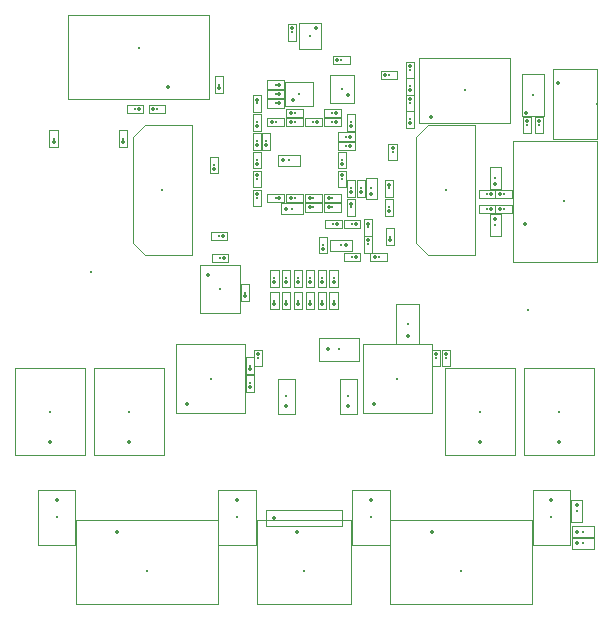
<source format=gbr>
%TF.GenerationSoftware,KiCad,Pcbnew,(6.0.5)*%
%TF.CreationDate,2022-12-26T10:57:27+01:00*%
%TF.ProjectId,omodri_laas,6f6d6f64-7269-45f6-9c61-61732e6b6963,2.0*%
%TF.SameCoordinates,Original*%
%TF.FileFunction,Component,L6,Bot*%
%TF.FilePolarity,Positive*%
%FSLAX46Y46*%
G04 Gerber Fmt 4.6, Leading zero omitted, Abs format (unit mm)*
G04 Created by KiCad (PCBNEW (6.0.5)) date 2022-12-26 10:57:27*
%MOMM*%
%LPD*%
G01*
G04 APERTURE LIST*
%TA.AperFunction,ComponentMain*%
%ADD10C,0.300000*%
%TD*%
%TA.AperFunction,ComponentOutline,Courtyard*%
%ADD11C,0.100000*%
%TD*%
%TA.AperFunction,ComponentPin*%
%ADD12P,0.360000X4X0.000000*%
%TD*%
%TA.AperFunction,ComponentPin*%
%ADD13C,0.000000*%
%TD*%
%TA.AperFunction,ComponentOutline,Footprint*%
%ADD14C,0.100000*%
%TD*%
G04 APERTURE END LIST*
D10*
%TO.C,"C50"*%
%TO.CFtp,"C_0201_0603Metric"*%
%TO.CVal,"100nF"*%
%TO.CLbN,"Capacitor_SMD"*%
%TO.CMnt,SMD*%
%TO.CRot,90*%
X129000000Y-64900000D03*
D11*
X129349999Y-65599999D02*
X128650001Y-65599999D01*
X128650001Y-64200001D01*
X129349999Y-64200001D01*
X129349999Y-65599999D01*
D12*
%TO.P,"C50","1"*%
X129000000Y-65220000D03*
D13*
%TO.P,"C50","2"*%
X129000000Y-64580000D03*
%TD*%
D10*
%TO.C,"C47"*%
%TO.CFtp,"C_0201_0603Metric"*%
%TO.CVal,"1.8nF"*%
%TO.CLbN,"Capacitor_SMD"*%
%TO.CMnt,SMD*%
%TO.CRot,-90*%
X130400000Y-69620000D03*
D11*
X130749999Y-70319999D02*
X130050001Y-70319999D01*
X130050001Y-68920001D01*
X130749999Y-68920001D01*
X130749999Y-70319999D01*
D12*
%TO.P,"C47","1"*%
X130400000Y-69300000D03*
D13*
%TO.P,"C47","2"*%
X130400000Y-69940000D03*
%TD*%
D10*
%TO.C,"C83"*%
%TO.CFtp,"C_0201_0603Metric"*%
%TO.CVal,"100nF"*%
%TO.CLbN,"Capacitor_SMD"*%
%TO.CMnt,SMD*%
%TO.CRot,0*%
X127400000Y-66500000D03*
D11*
X128099999Y-66849999D02*
X126700001Y-66849999D01*
X126700001Y-66150001D01*
X128099999Y-66150001D01*
X128099999Y-66849999D01*
D12*
%TO.P,"C83","1"*%
X127080000Y-66500000D03*
D13*
%TO.P,"C83","2"*%
X127720000Y-66500000D03*
%TD*%
D10*
%TO.C,"C94"*%
%TO.CFtp,"C_0201_0603Metric"*%
%TO.CVal,"100nF"*%
%TO.CLbN,"Capacitor_SMD"*%
%TO.CMnt,SMD*%
%TO.CRot,0*%
X132200000Y-55300000D03*
D11*
X132899999Y-55649999D02*
X131500001Y-55649999D01*
X131500001Y-54950001D01*
X132899999Y-54950001D01*
X132899999Y-55649999D01*
D12*
%TO.P,"C94","1"*%
X131880000Y-55300000D03*
D13*
%TO.P,"C94","2"*%
X132520000Y-55300000D03*
%TD*%
D10*
%TO.C,"C93"*%
%TO.CFtp,"C_0201_0603Metric"*%
%TO.CVal,"100nF"*%
%TO.CLbN,"Capacitor_SMD"*%
%TO.CMnt,SMD*%
%TO.CRot,-90*%
X132200000Y-64900000D03*
D11*
X132549999Y-65599999D02*
X131850001Y-65599999D01*
X131850001Y-64200001D01*
X132549999Y-64200001D01*
X132549999Y-65599999D01*
D12*
%TO.P,"C93","1"*%
X132200000Y-64580000D03*
D13*
%TO.P,"C93","2"*%
X132200000Y-65220000D03*
%TD*%
D10*
%TO.C,"C92"*%
%TO.CFtp,"C_0201_0603Metric"*%
%TO.CVal,"100nF"*%
%TO.CLbN,"Capacitor_SMD"*%
%TO.CMnt,SMD*%
%TO.CRot,90*%
X126600000Y-69700000D03*
D11*
X126949999Y-70399999D02*
X126250001Y-70399999D01*
X126250001Y-69000001D01*
X126949999Y-69000001D01*
X126949999Y-70399999D01*
D12*
%TO.P,"C92","1"*%
X126600000Y-70020000D03*
D13*
%TO.P,"C92","2"*%
X126600000Y-69380000D03*
%TD*%
D10*
%TO.C,"C91"*%
%TO.CFtp,"C_0201_0603Metric"*%
%TO.CVal,"100nF"*%
%TO.CLbN,"Capacitor_SMD"*%
%TO.CMnt,SMD*%
%TO.CRot,180*%
X117800000Y-68900000D03*
D11*
X118499999Y-69249999D02*
X117100001Y-69249999D01*
X117100001Y-68550001D01*
X118499999Y-68550001D01*
X118499999Y-69249999D01*
D12*
%TO.P,"C91","1"*%
X118120000Y-68900000D03*
D13*
%TO.P,"C91","2"*%
X117480000Y-68900000D03*
%TD*%
D10*
%TO.C,"C89"*%
%TO.CFtp,"C_0201_0603Metric"*%
%TO.CVal,"100nF"*%
%TO.CLbN,"Capacitor_SMD"*%
%TO.CMnt,SMD*%
%TO.CRot,-90*%
X121000000Y-57700000D03*
D11*
X121349999Y-58399999D02*
X120650001Y-58399999D01*
X120650001Y-57000001D01*
X121349999Y-57000001D01*
X121349999Y-58399999D01*
D12*
%TO.P,"C89","1"*%
X121000000Y-57380000D03*
D13*
%TO.P,"C89","2"*%
X121000000Y-58020000D03*
%TD*%
D10*
%TO.C,"C86"*%
%TO.CFtp,"C_0201_0603Metric"*%
%TO.CVal,"100nF"*%
%TO.CLbN,"Capacitor_SMD"*%
%TO.CMnt,SMD*%
%TO.CRot,180*%
X127400000Y-59300000D03*
D11*
X128099999Y-59649999D02*
X126700001Y-59649999D01*
X126700001Y-58950001D01*
X128099999Y-58950001D01*
X128099999Y-59649999D01*
D12*
%TO.P,"C86","1"*%
X127720000Y-59300000D03*
D13*
%TO.P,"C86","2"*%
X127080000Y-59300000D03*
%TD*%
D10*
%TO.C,"C81"*%
%TO.CFtp,"C_0201_0603Metric"*%
%TO.CVal,"100nF"*%
%TO.CLbN,"Capacitor_SMD"*%
%TO.CMnt,SMD*%
%TO.CRot,-90*%
X121000000Y-65700000D03*
D11*
X121349999Y-66399999D02*
X120650001Y-66399999D01*
X120650001Y-65000001D01*
X121349999Y-65000001D01*
X121349999Y-66399999D01*
D12*
%TO.P,"C81","1"*%
X121000000Y-65380000D03*
D13*
%TO.P,"C81","2"*%
X121000000Y-66020000D03*
%TD*%
D10*
%TO.C,"C82"*%
%TO.CFtp,"C_0201_0603Metric"*%
%TO.CVal,"100nF"*%
%TO.CLbN,"Capacitor_SMD"*%
%TO.CMnt,SMD*%
%TO.CRot,180*%
X122600000Y-65700000D03*
D11*
X123299999Y-66049999D02*
X121900001Y-66049999D01*
X121900001Y-65350001D01*
X123299999Y-65350001D01*
X123299999Y-66049999D01*
D12*
%TO.P,"C82","1"*%
X122920000Y-65700000D03*
D13*
%TO.P,"C82","2"*%
X122280000Y-65700000D03*
%TD*%
D10*
%TO.C,"C80"*%
%TO.CFtp,"C_0201_0603Metric"*%
%TO.CVal,"100nF"*%
%TO.CLbN,"Capacitor_SMD"*%
%TO.CMnt,SMD*%
%TO.CRot,90*%
X121000000Y-62500000D03*
D11*
X121349999Y-63199999D02*
X120650001Y-63199999D01*
X120650001Y-61800001D01*
X121349999Y-61800001D01*
X121349999Y-63199999D01*
D12*
%TO.P,"C80","1"*%
X121000000Y-62820000D03*
D13*
%TO.P,"C80","2"*%
X121000000Y-62180000D03*
%TD*%
D10*
%TO.C,"C78"*%
%TO.CFtp,"C_0201_0603Metric"*%
%TO.CVal,"100nF"*%
%TO.CLbN,"Capacitor_SMD"*%
%TO.CMnt,SMD*%
%TO.CRot,0*%
X122600000Y-59300000D03*
D11*
X123299999Y-59649999D02*
X121900001Y-59649999D01*
X121900001Y-58950001D01*
X123299999Y-58950001D01*
X123299999Y-59649999D01*
D12*
%TO.P,"C78","1"*%
X122280000Y-59300000D03*
D13*
%TO.P,"C78","2"*%
X122920000Y-59300000D03*
%TD*%
D10*
%TO.C,"C76"*%
%TO.CFtp,"C_0201_0603Metric"*%
%TO.CVal,"100nF"*%
%TO.CLbN,"Capacitor_SMD"*%
%TO.CMnt,SMD*%
%TO.CRot,90*%
X129000000Y-59300000D03*
D11*
X129349999Y-59999999D02*
X128650001Y-59999999D01*
X128650001Y-58600001D01*
X129349999Y-58600001D01*
X129349999Y-59999999D01*
D12*
%TO.P,"C76","1"*%
X129000000Y-59620000D03*
D13*
%TO.P,"C76","2"*%
X129000000Y-58980000D03*
%TD*%
D10*
%TO.C,"C75"*%
%TO.CFtp,"C_0201_0603Metric"*%
%TO.CVal,"100nF"*%
%TO.CLbN,"Capacitor_SMD"*%
%TO.CMnt,SMD*%
%TO.CRot,90*%
X128200000Y-62500000D03*
D11*
X128549999Y-63199999D02*
X127850001Y-63199999D01*
X127850001Y-61800001D01*
X128549999Y-61800001D01*
X128549999Y-63199999D01*
D12*
%TO.P,"C75","1"*%
X128200000Y-62820000D03*
D13*
%TO.P,"C75","2"*%
X128200000Y-62180000D03*
%TD*%
D10*
%TO.C,"C73"*%
%TO.CFtp,"C_0201_0603Metric"*%
%TO.CVal,"100nF"*%
%TO.CLbN,"Capacitor_SMD"*%
%TO.CMnt,SMD*%
%TO.CRot,-90*%
X121000000Y-64100000D03*
D11*
X121349999Y-64799999D02*
X120650001Y-64799999D01*
X120650001Y-63400001D01*
X121349999Y-63400001D01*
X121349999Y-64799999D01*
D12*
%TO.P,"C73","1"*%
X121000000Y-63780000D03*
D13*
%TO.P,"C73","2"*%
X121000000Y-64420000D03*
%TD*%
D10*
%TO.C,"C63"*%
%TO.CFtp,"C_0402_1005Metric"*%
%TO.CVal,"10uF"*%
%TO.CLbN,"Capacitor_SMD"*%
%TO.CMnt,SMD*%
%TO.CRot,90*%
X130700000Y-64900000D03*
D11*
X131159999Y-65809999D02*
X130240001Y-65809999D01*
X130240001Y-63990001D01*
X131159999Y-63990001D01*
X131159999Y-65809999D01*
D12*
%TO.P,"C63","1"*%
X130700000Y-65380000D03*
D13*
%TO.P,"C63","2"*%
X130700000Y-64420000D03*
%TD*%
D10*
%TO.C,"C2"*%
%TO.CFtp,"C_0201_0603Metric"*%
%TO.CVal,"220nF"*%
%TO.CLbN,"Capacitor_SMD"*%
%TO.CMnt,SMD*%
%TO.CRot,180*%
X140500000Y-65375000D03*
D11*
X141199999Y-65724999D02*
X139800001Y-65724999D01*
X139800001Y-65025001D01*
X141199999Y-65025001D01*
X141199999Y-65724999D01*
D12*
%TO.P,"C2","1"*%
X140820000Y-65375000D03*
D13*
%TO.P,"C2","2"*%
X140180000Y-65375000D03*
%TD*%
D10*
%TO.C,"C52"*%
%TO.CFtp,"C_0201_0603Metric"*%
%TO.CVal,"100nF"*%
%TO.CLbN,"Capacitor_SMD"*%
%TO.CMnt,SMD*%
%TO.CRot,180*%
X128600000Y-61300000D03*
D11*
X129299999Y-61649999D02*
X127900001Y-61649999D01*
X127900001Y-60950001D01*
X129299999Y-60950001D01*
X129299999Y-61649999D01*
D12*
%TO.P,"C52","1"*%
X128920000Y-61300000D03*
D13*
%TO.P,"C52","2"*%
X128280000Y-61300000D03*
%TD*%
D10*
%TO.C,"C61"*%
%TO.CFtp,"C_0201_0603Metric"*%
%TO.CVal,"1uF"*%
%TO.CLbN,"Capacitor_SMD"*%
%TO.CMnt,SMD*%
%TO.CRot,0*%
X124200000Y-65700000D03*
D11*
X124899999Y-66049999D02*
X123500001Y-66049999D01*
X123500001Y-65350001D01*
X124899999Y-65350001D01*
X124899999Y-66049999D01*
D12*
%TO.P,"C61","1"*%
X123880000Y-65700000D03*
D13*
%TO.P,"C61","2"*%
X124520000Y-65700000D03*
%TD*%
D10*
%TO.C,"C51"*%
%TO.CFtp,"C_0201_0603Metric"*%
%TO.CVal,"100nF"*%
%TO.CLbN,"Capacitor_SMD"*%
%TO.CMnt,SMD*%
%TO.CRot,-90*%
X129000000Y-66500000D03*
D11*
X129349999Y-67199999D02*
X128650001Y-67199999D01*
X128650001Y-65800001D01*
X129349999Y-65800001D01*
X129349999Y-67199999D01*
D12*
%TO.P,"C51","1"*%
X129000000Y-66180000D03*
D13*
%TO.P,"C51","2"*%
X129000000Y-66820000D03*
%TD*%
D10*
%TO.C,"C70"*%
%TO.CFtp,"C_0402_1005Metric"*%
%TO.CVal,"10uF"*%
%TO.CLbN,"Capacitor_SMD"*%
%TO.CMnt,SMD*%
%TO.CRot,180*%
X128120000Y-69700000D03*
D11*
X129029999Y-70159999D02*
X127210001Y-70159999D01*
X127210001Y-69240001D01*
X129029999Y-69240001D01*
X129029999Y-70159999D01*
D12*
%TO.P,"C70","1"*%
X128600000Y-69700000D03*
D13*
%TO.P,"C70","2"*%
X127640000Y-69700000D03*
%TD*%
D10*
%TO.C,"C60"*%
%TO.CFtp,"C_0402_1005Metric"*%
%TO.CVal,"10uF"*%
%TO.CLbN,"Capacitor_SMD"*%
%TO.CMnt,SMD*%
%TO.CRot,0*%
X124000000Y-66600000D03*
D11*
X124909999Y-67059999D02*
X123090001Y-67059999D01*
X123090001Y-66140001D01*
X124909999Y-66140001D01*
X124909999Y-67059999D01*
D12*
%TO.P,"C60","1"*%
X123520000Y-66600000D03*
D13*
%TO.P,"C60","2"*%
X124480000Y-66600000D03*
%TD*%
D10*
%TO.C,"C66"*%
%TO.CFtp,"C_0402_1005Metric"*%
%TO.CVal,"10uF"*%
%TO.CLbN,"Capacitor_SMD"*%
%TO.CMnt,SMD*%
%TO.CRot,0*%
X123720000Y-62500000D03*
D11*
X124629999Y-62959999D02*
X122810001Y-62959999D01*
X122810001Y-62040001D01*
X124629999Y-62040001D01*
X124629999Y-62959999D01*
D12*
%TO.P,"C66","1"*%
X123240000Y-62500000D03*
D13*
%TO.P,"C66","2"*%
X124200000Y-62500000D03*
%TD*%
D10*
%TO.C,"C53"*%
%TO.CFtp,"C_0201_0603Metric"*%
%TO.CVal,"100nF"*%
%TO.CLbN,"Capacitor_SMD"*%
%TO.CMnt,SMD*%
%TO.CRot,180*%
X128600000Y-60500000D03*
D11*
X129299999Y-60849999D02*
X127900001Y-60849999D01*
X127900001Y-60150001D01*
X129299999Y-60150001D01*
X129299999Y-60849999D01*
D12*
%TO.P,"C53","1"*%
X128920000Y-60500000D03*
D13*
%TO.P,"C53","2"*%
X128280000Y-60500000D03*
%TD*%
D10*
%TO.C,"C54"*%
%TO.CFtp,"C_0201_0603Metric"*%
%TO.CVal,"100nF"*%
%TO.CLbN,"Capacitor_SMD"*%
%TO.CMnt,SMD*%
%TO.CRot,180*%
X122600000Y-57700000D03*
D11*
X123299999Y-58049999D02*
X121900001Y-58049999D01*
X121900001Y-57350001D01*
X123299999Y-57350001D01*
X123299999Y-58049999D01*
D12*
%TO.P,"C54","1"*%
X122920000Y-57700000D03*
D13*
%TO.P,"C54","2"*%
X122280000Y-57700000D03*
%TD*%
D10*
%TO.C,"C79"*%
%TO.CFtp,"C_0201_0603Metric"*%
%TO.CVal,"100nF"*%
%TO.CLbN,"Capacitor_SMD"*%
%TO.CMnt,SMD*%
%TO.CRot,90*%
X121000000Y-59300000D03*
D11*
X121349999Y-59999999D02*
X120650001Y-59999999D01*
X120650001Y-58600001D01*
X121349999Y-58600001D01*
X121349999Y-59999999D01*
D12*
%TO.P,"C79","1"*%
X121000000Y-59620000D03*
D13*
%TO.P,"C79","2"*%
X121000000Y-58980000D03*
%TD*%
D10*
%TO.C,"C72"*%
%TO.CFtp,"C_0201_0603Metric"*%
%TO.CVal,"100nF"*%
%TO.CLbN,"Capacitor_SMD"*%
%TO.CMnt,SMD*%
%TO.CRot,90*%
X121000000Y-60900000D03*
D11*
X121349999Y-61599999D02*
X120650001Y-61599999D01*
X120650001Y-60200001D01*
X121349999Y-60200001D01*
X121349999Y-61599999D01*
D12*
%TO.P,"C72","1"*%
X121000000Y-61220000D03*
D13*
%TO.P,"C72","2"*%
X121000000Y-60580000D03*
%TD*%
D10*
%TO.C,"R6"*%
%TO.CFtp,"R_0201_0603Metric"*%
%TO.CVal,"120"*%
%TO.CLbN,"Resistor_SMD"*%
%TO.CMnt,SMD*%
%TO.CRot,0*%
X141900000Y-65375000D03*
D11*
X142599999Y-65724999D02*
X141200001Y-65724999D01*
X141200001Y-65025001D01*
X142599999Y-65025001D01*
X142599999Y-65724999D01*
D12*
%TO.P,"R6","1"*%
X141580000Y-65375000D03*
D13*
%TO.P,"R6","2"*%
X142220000Y-65375000D03*
%TD*%
D10*
%TO.C,"R16"*%
%TO.CFtp,"R_0201_0603Metric"*%
%TO.CVal,"10k"*%
%TO.CLbN,"Resistor_SMD"*%
%TO.CMnt,SMD*%
%TO.CRot,-90*%
X134000000Y-54850000D03*
D11*
X134349999Y-55549999D02*
X133650001Y-55549999D01*
X133650001Y-54150001D01*
X134349999Y-54150001D01*
X134349999Y-55549999D01*
D12*
%TO.P,"R16","1"*%
X134000000Y-54530000D03*
D13*
%TO.P,"R16","2"*%
X134000000Y-55170000D03*
%TD*%
D10*
%TO.C,"R24"*%
%TO.CFtp,"R_0402_1005Metric"*%
%TO.CVal,"100k"*%
%TO.CLbN,"Resistor_SMD"*%
%TO.CMnt,SMD*%
%TO.CRot,-90*%
X148100000Y-92200000D03*
D11*
X148569999Y-93129999D02*
X147630001Y-93129999D01*
X147630001Y-91270001D01*
X148569999Y-91270001D01*
X148569999Y-93129999D01*
D12*
%TO.P,"R24","1"*%
X148100000Y-91690000D03*
D13*
%TO.P,"R24","2"*%
X148100000Y-92710000D03*
%TD*%
D10*
%TO.C,"U8"*%
%TO.CFtp,"WSON-6_1.5x1.5mm_P0.5mm"*%
%TO.CVal,"TPS3703-1.2"*%
%TO.CLbN,"Package_SON"*%
%TO.CMnt,SMD*%
%TO.CRot,0*%
X124600000Y-56900000D03*
D11*
X125799999Y-57919999D02*
X123400001Y-57919999D01*
X123400001Y-55880001D01*
X125799999Y-55880001D01*
X125799999Y-57919999D01*
D12*
%TO.P,"U8","1","SENSE"*%
X124075000Y-57400000D03*
D13*
%TO.P,"U8","2","VDD"*%
X124025000Y-56900000D03*
%TO.P,"U8","3","CT"*%
X124025000Y-56400000D03*
%TO.P,"U8","4","~{RESETn}"*%
X125175000Y-56400000D03*
%TO.P,"U8","5","GND"*%
X125175000Y-56900000D03*
%TO.P,"U8","6","~{MR}"*%
X125175000Y-57400000D03*
%TD*%
D10*
%TO.C,"C13"*%
%TO.CFtp,"C_0201_0603Metric"*%
%TO.CVal,"100nF"*%
%TO.CLbN,"Capacitor_SMD"*%
%TO.CMnt,SMD*%
%TO.CRot,90*%
X134000000Y-56250000D03*
D11*
X134349999Y-56949999D02*
X133650001Y-56949999D01*
X133650001Y-55550001D01*
X134349999Y-55550001D01*
X134349999Y-56949999D01*
D12*
%TO.P,"C13","1"*%
X134000000Y-56570000D03*
D13*
%TO.P,"C13","2"*%
X134000000Y-55930000D03*
%TD*%
D10*
%TO.C,"U17"*%
%TO.CFtp,"TSOT-23-8"*%
%TO.CVal,"TCAN330G"*%
%TO.CLbN,"Package_TO_SOT_SMD"*%
%TO.CMnt,SMD*%
%TO.CRot,-90*%
X117875000Y-73400000D03*
D11*
X119574999Y-75449999D02*
X116175001Y-75449999D01*
X116175001Y-71350001D01*
X119574999Y-71350001D01*
X119574999Y-75449999D01*
D12*
%TO.P,"U17","1","TXD"*%
X116900000Y-72262500D03*
D13*
%TO.P,"U17","2","GND"*%
X117550000Y-72262500D03*
%TO.P,"U17","3","VCC"*%
X118200000Y-72262500D03*
%TO.P,"U17","4","RXD"*%
X118850000Y-72262500D03*
%TO.P,"U17","5","SHDN"*%
X118850000Y-74537500D03*
%TO.P,"U17","6","CANL"*%
X118200000Y-74537500D03*
%TO.P,"U17","7","CANH"*%
X117550000Y-74537500D03*
%TO.P,"U17","8","S"*%
X116900000Y-74537500D03*
%TD*%
D10*
%TO.C,"C15"*%
%TO.CFtp,"C_2220_5650Metric"*%
%TO.CVal,"22uF"*%
%TO.CLbN,"Capacitor_SMD"*%
%TO.CMnt,SMD*%
%TO.CRot,90*%
X103500000Y-83800000D03*
D11*
X106449999Y-87499999D02*
X100550001Y-87499999D01*
X100550001Y-80100001D01*
X106449999Y-80100001D01*
X106449999Y-87499999D01*
D12*
%TO.P,"C15","1"*%
X103500000Y-86350000D03*
D13*
%TO.P,"C15","2"*%
X103500000Y-81250000D03*
%TD*%
D10*
%TO.C,"C16"*%
%TO.CFtp,"C_2220_5650Metric"*%
%TO.CVal,"22uF"*%
%TO.CLbN,"Capacitor_SMD"*%
%TO.CMnt,SMD*%
%TO.CRot,90*%
X110200000Y-83800000D03*
D11*
X113149999Y-87499999D02*
X107250001Y-87499999D01*
X107250001Y-80100001D01*
X113149999Y-80100001D01*
X113149999Y-87499999D01*
D12*
%TO.P,"C16","1"*%
X110200000Y-86350000D03*
D13*
%TO.P,"C16","2"*%
X110200000Y-81250000D03*
%TD*%
D10*
%TO.C,"C1"*%
%TO.CFtp,"C_0201_0603Metric"*%
%TO.CVal,"220nF"*%
%TO.CLbN,"Capacitor_SMD"*%
%TO.CMnt,SMD*%
%TO.CRot,180*%
X140500000Y-66625000D03*
D11*
X141199999Y-66974999D02*
X139800001Y-66974999D01*
X139800001Y-66275001D01*
X141199999Y-66275001D01*
X141199999Y-66974999D01*
D12*
%TO.P,"C1","1"*%
X140820000Y-66625000D03*
D13*
%TO.P,"C1","2"*%
X140180000Y-66625000D03*
%TD*%
D10*
%TO.C,"R11"*%
%TO.CFtp,"R_0201_0603Metric"*%
%TO.CVal,"1k"*%
%TO.CLbN,"Resistor_SMD"*%
%TO.CMnt,SMD*%
%TO.CRot,90*%
X123500000Y-74400000D03*
D11*
X123849999Y-75099999D02*
X123150001Y-75099999D01*
X123150001Y-73700001D01*
X123849999Y-73700001D01*
X123849999Y-75099999D01*
D12*
%TO.P,"R11","1"*%
X123500000Y-74720000D03*
D13*
%TO.P,"R11","2"*%
X123500000Y-74080000D03*
%TD*%
D10*
%TO.C,"R9"*%
%TO.CFtp,"R_0201_0603Metric"*%
%TO.CVal,"1k"*%
%TO.CLbN,"Resistor_SMD"*%
%TO.CMnt,SMD*%
%TO.CRot,90*%
X125500000Y-74400000D03*
D11*
X125849999Y-75099999D02*
X125150001Y-75099999D01*
X125150001Y-73700001D01*
X125849999Y-73700001D01*
X125849999Y-75099999D01*
D12*
%TO.P,"R9","1"*%
X125500000Y-74720000D03*
D13*
%TO.P,"R9","2"*%
X125500000Y-74080000D03*
%TD*%
D10*
%TO.C,"R12"*%
%TO.CFtp,"R_0201_0603Metric"*%
%TO.CVal,"1k"*%
%TO.CLbN,"Resistor_SMD"*%
%TO.CMnt,SMD*%
%TO.CRot,90*%
X122500000Y-74400000D03*
D11*
X122849999Y-75099999D02*
X122150001Y-75099999D01*
X122150001Y-73700001D01*
X122849999Y-73700001D01*
X122849999Y-75099999D01*
D12*
%TO.P,"R12","1"*%
X122500000Y-74720000D03*
D13*
%TO.P,"R12","2"*%
X122500000Y-74080000D03*
%TD*%
D10*
%TO.C,"C10"*%
%TO.CFtp,"C_0201_0603Metric"*%
%TO.CVal,"1.8nF"*%
%TO.CLbN,"Capacitor_SMD"*%
%TO.CMnt,SMD*%
%TO.CRot,90*%
X123500000Y-72500000D03*
D11*
X123849999Y-73199999D02*
X123150001Y-73199999D01*
X123150001Y-71800001D01*
X123849999Y-71800001D01*
X123849999Y-73199999D01*
D12*
%TO.P,"C10","1"*%
X123500000Y-72820000D03*
D13*
%TO.P,"C10","2"*%
X123500000Y-72180000D03*
%TD*%
D10*
%TO.C,"C6"*%
%TO.CFtp,"C_0201_0603Metric"*%
%TO.CVal,"1.8nF"*%
%TO.CLbN,"Capacitor_SMD"*%
%TO.CMnt,SMD*%
%TO.CRot,90*%
X125500000Y-72500000D03*
D11*
X125849999Y-73199999D02*
X125150001Y-73199999D01*
X125150001Y-71800001D01*
X125849999Y-71800001D01*
X125849999Y-73199999D01*
D12*
%TO.P,"C6","1"*%
X125500000Y-72820000D03*
D13*
%TO.P,"C6","2"*%
X125500000Y-72180000D03*
%TD*%
D10*
%TO.C,"C11"*%
%TO.CFtp,"C_0201_0603Metric"*%
%TO.CVal,"1.8nF"*%
%TO.CLbN,"Capacitor_SMD"*%
%TO.CMnt,SMD*%
%TO.CRot,90*%
X122500000Y-72500000D03*
D11*
X122849999Y-73199999D02*
X122150001Y-73199999D01*
X122150001Y-71800001D01*
X122849999Y-71800001D01*
X122849999Y-73199999D01*
D12*
%TO.P,"C11","1"*%
X122500000Y-72820000D03*
D13*
%TO.P,"C11","2"*%
X122500000Y-72180000D03*
%TD*%
D10*
%TO.C,"R10"*%
%TO.CFtp,"R_0201_0603Metric"*%
%TO.CVal,"1k"*%
%TO.CLbN,"Resistor_SMD"*%
%TO.CMnt,SMD*%
%TO.CRot,90*%
X124500000Y-74400000D03*
D11*
X124849999Y-75099999D02*
X124150001Y-75099999D01*
X124150001Y-73700001D01*
X124849999Y-73700001D01*
X124849999Y-75099999D01*
D12*
%TO.P,"R10","1"*%
X124500000Y-74720000D03*
D13*
%TO.P,"R10","2"*%
X124500000Y-74080000D03*
%TD*%
D10*
%TO.C,"C5"*%
%TO.CFtp,"C_0201_0603Metric"*%
%TO.CVal,"1.8nF"*%
%TO.CLbN,"Capacitor_SMD"*%
%TO.CMnt,SMD*%
%TO.CRot,90*%
X126500000Y-72500000D03*
D11*
X126849999Y-73199999D02*
X126150001Y-73199999D01*
X126150001Y-71800001D01*
X126849999Y-71800001D01*
X126849999Y-73199999D01*
D12*
%TO.P,"C5","1"*%
X126500000Y-72820000D03*
D13*
%TO.P,"C5","2"*%
X126500000Y-72180000D03*
%TD*%
D10*
%TO.C,"C9"*%
%TO.CFtp,"C_0201_0603Metric"*%
%TO.CVal,"1.8nF"*%
%TO.CLbN,"Capacitor_SMD"*%
%TO.CMnt,SMD*%
%TO.CRot,90*%
X124500000Y-72500000D03*
D11*
X124849999Y-73199999D02*
X124150001Y-73199999D01*
X124150001Y-71800001D01*
X124849999Y-71800001D01*
X124849999Y-73199999D01*
D12*
%TO.P,"C9","1"*%
X124500000Y-72820000D03*
D13*
%TO.P,"C9","2"*%
X124500000Y-72180000D03*
%TD*%
D10*
%TO.C,"C4"*%
%TO.CFtp,"C_0201_0603Metric"*%
%TO.CVal,"1.8nF"*%
%TO.CLbN,"Capacitor_SMD"*%
%TO.CMnt,SMD*%
%TO.CRot,90*%
X127500000Y-72500000D03*
D11*
X127849999Y-73199999D02*
X127150001Y-73199999D01*
X127150001Y-71800001D01*
X127849999Y-71800001D01*
X127849999Y-73199999D01*
D12*
%TO.P,"C4","1"*%
X127500000Y-72820000D03*
D13*
%TO.P,"C4","2"*%
X127500000Y-72180000D03*
%TD*%
D10*
%TO.C,"C64"*%
%TO.CFtp,"C_0201_0603Metric"*%
%TO.CVal,"1uF"*%
%TO.CLbN,"Capacitor_SMD"*%
%TO.CMnt,SMD*%
%TO.CRot,90*%
X129800000Y-64900000D03*
D11*
X130149999Y-65599999D02*
X129450001Y-65599999D01*
X129450001Y-64200001D01*
X130149999Y-64200001D01*
X130149999Y-65599999D01*
D12*
%TO.P,"C64","1"*%
X129800000Y-65220000D03*
D13*
%TO.P,"C64","2"*%
X129800000Y-64580000D03*
%TD*%
D10*
%TO.C,"C21"*%
%TO.CFtp,"C_0201_0603Metric"*%
%TO.CVal,"100nF"*%
%TO.CLbN,"Capacitor_SMD"*%
%TO.CMnt,SMD*%
%TO.CRot,180*%
X127400000Y-58500000D03*
D11*
X128099999Y-58849999D02*
X126700001Y-58849999D01*
X126700001Y-58150001D01*
X128099999Y-58150001D01*
X128099999Y-58849999D01*
D12*
%TO.P,"C21","1"*%
X127720000Y-58500000D03*
D13*
%TO.P,"C21","2"*%
X127080000Y-58500000D03*
%TD*%
D10*
%TO.C,"U7"*%
%TO.CFtp,"WSON-6_1.5x1.5mm_P0.5mm"*%
%TO.CVal,"TPS3703-3.3"*%
%TO.CLbN,"Package_SON"*%
%TO.CMnt,SMD*%
%TO.CRot,90*%
X128200000Y-56500000D03*
D11*
X129219999Y-57699999D02*
X127180001Y-57699999D01*
X127180001Y-55300001D01*
X129219999Y-55300001D01*
X129219999Y-57699999D01*
D12*
%TO.P,"U7","1","SENSE"*%
X128700000Y-57025000D03*
D13*
%TO.P,"U7","2","VDD"*%
X128200000Y-57075000D03*
%TO.P,"U7","3","CT"*%
X127700000Y-57075000D03*
%TO.P,"U7","4","~{RESETn}"*%
X127700000Y-55925000D03*
%TO.P,"U7","5","GND"*%
X128200000Y-55925000D03*
%TO.P,"U7","6","~{MR}"*%
X128700000Y-55925000D03*
%TD*%
D10*
%TO.C,"C17"*%
%TO.CFtp,"C_2220_5650Metric"*%
%TO.CVal,"22uF"*%
%TO.CLbN,"Capacitor_SMD"*%
%TO.CMnt,SMD*%
%TO.CRot,90*%
X139900000Y-83800000D03*
D11*
X142849999Y-87499999D02*
X136950001Y-87499999D01*
X136950001Y-80100001D01*
X142849999Y-80100001D01*
X142849999Y-87499999D01*
D12*
%TO.P,"C17","1"*%
X139900000Y-86350000D03*
D13*
%TO.P,"C17","2"*%
X139900000Y-81250000D03*
%TD*%
D10*
%TO.C,"C88"*%
%TO.CFtp,"C_0201_0603Metric"*%
%TO.CVal,"100nF"*%
%TO.CLbN,"Capacitor_SMD"*%
%TO.CMnt,SMD*%
%TO.CRot,90*%
X117400000Y-62900000D03*
D11*
X117749999Y-63599999D02*
X117050001Y-63599999D01*
X117050001Y-62200001D01*
X117749999Y-62200001D01*
X117749999Y-63599999D01*
D12*
%TO.P,"C88","1"*%
X117400000Y-63220000D03*
D13*
%TO.P,"C88","2"*%
X117400000Y-62580000D03*
%TD*%
D10*
%TO.C,"C87"*%
%TO.CFtp,"C_0201_0603Metric"*%
%TO.CVal,"100nF"*%
%TO.CLbN,"Capacitor_SMD"*%
%TO.CMnt,SMD*%
%TO.CRot,180*%
X125800000Y-59300000D03*
D11*
X126499999Y-59649999D02*
X125100001Y-59649999D01*
X125100001Y-58950001D01*
X126499999Y-58950001D01*
X126499999Y-59649999D01*
D12*
%TO.P,"C87","1"*%
X126120000Y-59300000D03*
D13*
%TO.P,"C87","2"*%
X125480000Y-59300000D03*
%TD*%
D10*
%TO.C,"C67"*%
%TO.CFtp,"C_0201_0603Metric"*%
%TO.CVal,"1uF"*%
%TO.CLbN,"Capacitor_SMD"*%
%TO.CMnt,SMD*%
%TO.CRot,0*%
X124200000Y-59300000D03*
D11*
X124899999Y-59649999D02*
X123500001Y-59649999D01*
X123500001Y-58950001D01*
X124899999Y-58950001D01*
X124899999Y-59649999D01*
D12*
%TO.P,"C67","1"*%
X123880000Y-59300000D03*
D13*
%TO.P,"C67","2"*%
X124520000Y-59300000D03*
%TD*%
D10*
%TO.C,"C22"*%
%TO.CFtp,"C_0201_0603Metric"*%
%TO.CVal,"100nF"*%
%TO.CLbN,"Capacitor_SMD"*%
%TO.CMnt,SMD*%
%TO.CRot,180*%
X122600000Y-56100000D03*
D11*
X123299999Y-56449999D02*
X121900001Y-56449999D01*
X121900001Y-55750001D01*
X123299999Y-55750001D01*
X123299999Y-56449999D01*
D12*
%TO.P,"C22","1"*%
X122920000Y-56100000D03*
D13*
%TO.P,"C22","2"*%
X122280000Y-56100000D03*
%TD*%
D10*
%TO.C,"R14"*%
%TO.CFtp,"R_0201_0603Metric"*%
%TO.CVal,"10k"*%
%TO.CLbN,"Resistor_SMD"*%
%TO.CMnt,SMD*%
%TO.CRot,90*%
X134000000Y-59050000D03*
D11*
X134349999Y-59749999D02*
X133650001Y-59749999D01*
X133650001Y-58350001D01*
X134349999Y-58350001D01*
X134349999Y-59749999D01*
D12*
%TO.P,"R14","1"*%
X134000000Y-59370000D03*
D13*
%TO.P,"R14","2"*%
X134000000Y-58730000D03*
%TD*%
D10*
%TO.C,"C34"*%
%TO.CFtp,"C_0201_0603Metric"*%
%TO.CVal,"1.8nF"*%
%TO.CLbN,"Capacitor_SMD"*%
%TO.CMnt,SMD*%
%TO.CRot,90*%
X132300000Y-68980000D03*
D11*
X132649999Y-69679999D02*
X131950001Y-69679999D01*
X131950001Y-68280001D01*
X132649999Y-68280001D01*
X132649999Y-69679999D01*
D12*
%TO.P,"C34","1"*%
X132300000Y-69300000D03*
D13*
%TO.P,"C34","2"*%
X132300000Y-68660000D03*
%TD*%
D10*
%TO.C,"C33"*%
%TO.CFtp,"C_0201_0603Metric"*%
%TO.CVal,"1.8nF"*%
%TO.CLbN,"Capacitor_SMD"*%
%TO.CMnt,SMD*%
%TO.CRot,180*%
X127480000Y-67900000D03*
D11*
X128179999Y-68249999D02*
X126780001Y-68249999D01*
X126780001Y-67550001D01*
X128179999Y-67550001D01*
X128179999Y-68249999D01*
D12*
%TO.P,"C33","1"*%
X127800000Y-67900000D03*
D13*
%TO.P,"C33","2"*%
X127160000Y-67900000D03*
%TD*%
D10*
%TO.C,"R67"*%
%TO.CFtp,"R_0201_0603Metric"*%
%TO.CVal,"10"*%
%TO.CLbN,"Resistor_SMD"*%
%TO.CMnt,SMD*%
%TO.CRot,0*%
X112570000Y-58200000D03*
D11*
X113269999Y-58549999D02*
X111870001Y-58549999D01*
X111870001Y-57850001D01*
X113269999Y-57850001D01*
X113269999Y-58549999D01*
D12*
%TO.P,"R67","1"*%
X112250000Y-58200000D03*
D13*
%TO.P,"R67","2"*%
X112890000Y-58200000D03*
%TD*%
D10*
%TO.C,"U4"*%
%TO.CFtp,"TSSOP-16_4.4x5mm_P0.65mm"*%
%TO.CVal,"DSLVDS1047"*%
%TO.CLbN,"Package_SO"*%
%TO.CMnt,SMD*%
%TO.CRot,0*%
X138600000Y-56600000D03*
D11*
X142449999Y-59349999D02*
X134750001Y-59349999D01*
X134750001Y-53850001D01*
X142449999Y-53850001D01*
X142449999Y-59349999D01*
D12*
%TO.P,"U4","1","EN"*%
X135737500Y-58875000D03*
D13*
%TO.P,"U4","2","DIN1"*%
X135737500Y-58225000D03*
%TO.P,"U4","3","DIN2"*%
X135737500Y-57575000D03*
%TO.P,"U4","4","VCC"*%
X135737500Y-56925000D03*
%TO.P,"U4","5","GND"*%
X135737500Y-56275000D03*
%TO.P,"U4","6","DIN3"*%
X135737500Y-55625000D03*
%TO.P,"U4","7","DIN4"*%
X135737500Y-54975000D03*
%TO.P,"U4","8","~{EN_n}"*%
X135737500Y-54325000D03*
%TO.P,"U4","9","DOUT4-"*%
X141462500Y-54325000D03*
%TO.P,"U4","10","DOUT4+"*%
X141462500Y-54975000D03*
%TO.P,"U4","11","DOUT3+"*%
X141462500Y-55625000D03*
%TO.P,"U4","12","DOUT3-"*%
X141462500Y-56275000D03*
%TO.P,"U4","13","DOUT2-"*%
X141462500Y-56925000D03*
%TO.P,"U4","14","DOUT2+"*%
X141462500Y-57575000D03*
%TO.P,"U4","15","DOUT1+"*%
X141462500Y-58225000D03*
%TO.P,"U4","16","DOUT1-"*%
X141462500Y-58875000D03*
%TD*%
D10*
%TO.C,"R15"*%
%TO.CFtp,"R_0201_0603Metric"*%
%TO.CVal,"10k"*%
%TO.CLbN,"Resistor_SMD"*%
%TO.CMnt,SMD*%
%TO.CRot,-90*%
X134000000Y-57650000D03*
D11*
X134349999Y-58349999D02*
X133650001Y-58349999D01*
X133650001Y-56950001D01*
X134349999Y-56950001D01*
X134349999Y-58349999D01*
D12*
%TO.P,"R15","1"*%
X134000000Y-57330000D03*
D13*
%TO.P,"R15","2"*%
X134000000Y-57970000D03*
%TD*%
D10*
%TO.C,"R5"*%
%TO.CFtp,"R_0201_0603Metric"*%
%TO.CVal,"120"*%
%TO.CLbN,"Resistor_SMD"*%
%TO.CMnt,SMD*%
%TO.CRot,0*%
X141900000Y-66625000D03*
D11*
X142599999Y-66974999D02*
X141200001Y-66974999D01*
X141200001Y-66275001D01*
X142599999Y-66275001D01*
X142599999Y-66974999D01*
D12*
%TO.P,"R5","1"*%
X141580000Y-66625000D03*
D13*
%TO.P,"R5","2"*%
X142220000Y-66625000D03*
%TD*%
D10*
%TO.C,"J1"*%
%TO.CFtp,"Hirose_DF13_04P-1.25H_1x05_P1.25mm_Right_angle"*%
%TO.CVal,"conn_01x04_MountingPins"*%
%TO.CLbN,"udriver3"*%
%TO.CMnt,SMD*%
%TO.CRot,90*%
X147000000Y-66000000D03*
D11*
X149799999Y-71099999D02*
X142700001Y-71099999D01*
X142700001Y-60900001D01*
X149799999Y-60900001D01*
X149799999Y-71099999D01*
D12*
%TO.P,"J1","1","Pin_1"*%
X143700000Y-67875000D03*
D13*
%TO.P,"J1","2","Pin_2"*%
X143700000Y-66625000D03*
%TO.P,"J1","3","Pin_3"*%
X143700000Y-65375000D03*
%TO.P,"J1","4","Pin_4"*%
X143700000Y-64125000D03*
%TO.P,"J1","MP1","MountPin1"*%
X147000000Y-70225000D03*
%TO.P,"J1","MP2","MountPin2"*%
X147000000Y-61775000D03*
%TD*%
D10*
%TO.C,"J14"*%
%TO.CFtp,"Hirose_DF13_05P-1.25H_1x05_P1.25mm_Right_angle"*%
%TO.CVal,"conn_01x05_MountingPins"*%
%TO.CLbN,"udriver3"*%
%TO.CMnt,SMD*%
%TO.CRot,180*%
X111000000Y-53000000D03*
D11*
X116999999Y-57299999D02*
X105000001Y-57299999D01*
X105000001Y-50200001D01*
X116999999Y-50200001D01*
X116999999Y-57299999D01*
D12*
%TO.P,"J14","1","Pin_1"*%
X113500000Y-56300000D03*
D13*
%TO.P,"J14","2","Pin_2"*%
X112250000Y-56300000D03*
%TO.P,"J14","3","Pin_3"*%
X111000000Y-56300000D03*
%TO.P,"J14","4","Pin_4"*%
X109750000Y-56300000D03*
%TO.P,"J14","5","Pin_5"*%
X108500000Y-56300000D03*
%TO.P,"J14","MP1","MountPin1"*%
X115850000Y-53000000D03*
%TO.P,"J14","MP2","MountPin2"*%
X106150000Y-53000000D03*
%TD*%
D10*
%TO.C,"J2"*%
%TO.CFtp,"Hirose_DF13_05P-1.25H_1x05_P1.25mm_Right_angle"*%
%TO.CVal,"conn_01x05_MountingPins"*%
%TO.CLbN,"udriver3"*%
%TO.CMnt,SMD*%
%TO.CRot,0*%
X138300000Y-97250000D03*
D11*
X144299999Y-100049999D02*
X132300001Y-100049999D01*
X132300001Y-92950001D01*
X144299999Y-92950001D01*
X144299999Y-100049999D01*
D12*
%TO.P,"J2","1","Pin_1"*%
X135800000Y-93950000D03*
D13*
%TO.P,"J2","2","Pin_2"*%
X137050000Y-93950000D03*
%TO.P,"J2","3","Pin_3"*%
X138300000Y-93950000D03*
%TO.P,"J2","4","Pin_4"*%
X139550000Y-93950000D03*
%TO.P,"J2","5","Pin_5"*%
X140800000Y-93950000D03*
%TO.P,"J2","MP1","MountPin1"*%
X133450000Y-97250000D03*
%TO.P,"J2","MP2","MountPin2"*%
X143150000Y-97250000D03*
%TD*%
D10*
%TO.C,"J3"*%
%TO.CFtp,"Hirose_DF13_05P-1.25H_1x05_P1.25mm_Right_angle"*%
%TO.CVal,"conn_01x05_MountingPins"*%
%TO.CLbN,"udriver3"*%
%TO.CMnt,SMD*%
%TO.CRot,0*%
X111700000Y-97250000D03*
D11*
X117699999Y-100049999D02*
X105700001Y-100049999D01*
X105700001Y-92950001D01*
X117699999Y-92950001D01*
X117699999Y-100049999D01*
D12*
%TO.P,"J3","1","Pin_1"*%
X109200000Y-93950000D03*
D13*
%TO.P,"J3","2","Pin_2"*%
X110450000Y-93950000D03*
%TO.P,"J3","3","Pin_3"*%
X111700000Y-93950000D03*
%TO.P,"J3","4","Pin_4"*%
X112950000Y-93950000D03*
%TO.P,"J3","5","Pin_5"*%
X114200000Y-93950000D03*
%TO.P,"J3","MP1","MountPin1"*%
X106850000Y-97250000D03*
%TO.P,"J3","MP2","MountPin2"*%
X116550000Y-97250000D03*
%TD*%
D10*
%TO.C,"J4"*%
%TO.CFtp,"Molex_FBH1_1x08-2MP_P0.50mm_Horizontal"*%
%TO.CVal,"conn_01x08_MountingPins"*%
%TO.CLbN,"udriver3"*%
%TO.CMnt,SMD*%
%TO.CRot,-90*%
X149800000Y-57750000D03*
D11*
X149849999Y-60749999D02*
X146050001Y-60749999D01*
X146050001Y-54750001D01*
X149849999Y-54750001D01*
X149849999Y-60749999D01*
D12*
%TO.P,"J4","1","Pin_1"*%
X146500000Y-56000000D03*
D13*
%TO.P,"J4","2","Pin_2"*%
X146500000Y-56500000D03*
%TO.P,"J4","3","Pin_3"*%
X146500000Y-57000000D03*
%TO.P,"J4","4","Pin_4"*%
X146500000Y-57500000D03*
%TO.P,"J4","5","Pin_5"*%
X146500000Y-58000000D03*
%TO.P,"J4","6","Pin_6"*%
X146500000Y-58500000D03*
%TO.P,"J4","7","Pin_7"*%
X146500000Y-59000000D03*
%TO.P,"J4","8","Pin_8"*%
X146500000Y-59500000D03*
%TO.P,"J4","MP1","MountPin1"*%
X149150000Y-55210000D03*
%TO.P,"J4","MP2","MountPin2"*%
X149150000Y-60290000D03*
%TD*%
D10*
%TO.C,"C46"*%
%TO.CFtp,"C_0201_0603Metric"*%
%TO.CVal,"1.8nF"*%
%TO.CLbN,"Capacitor_SMD"*%
%TO.CMnt,SMD*%
%TO.CRot,180*%
X129080000Y-67900000D03*
D11*
X129779999Y-68249999D02*
X128380001Y-68249999D01*
X128380001Y-67550001D01*
X129779999Y-67550001D01*
X129779999Y-68249999D01*
D12*
%TO.P,"C46","1"*%
X129400000Y-67900000D03*
D13*
%TO.P,"C46","2"*%
X128760000Y-67900000D03*
%TD*%
D10*
%TO.C,"R7"*%
%TO.CFtp,"R_0201_0603Metric"*%
%TO.CVal,"1k"*%
%TO.CLbN,"Resistor_SMD"*%
%TO.CMnt,SMD*%
%TO.CRot,90*%
X127500000Y-74400000D03*
D11*
X127849999Y-75099999D02*
X127150001Y-75099999D01*
X127150001Y-73700001D01*
X127849999Y-73700001D01*
X127849999Y-75099999D01*
D12*
%TO.P,"R7","1"*%
X127500000Y-74720000D03*
D13*
%TO.P,"R7","2"*%
X127500000Y-74080000D03*
%TD*%
D10*
%TO.C,"C19"*%
%TO.CFtp,"C_0201_0603Metric"*%
%TO.CVal,"100nF"*%
%TO.CLbN,"Capacitor_SMD"*%
%TO.CMnt,SMD*%
%TO.CRot,-90*%
X130400000Y-68200000D03*
D11*
X130749999Y-68899999D02*
X130050001Y-68899999D01*
X130050001Y-67500001D01*
X130749999Y-67500001D01*
X130749999Y-68899999D01*
D12*
%TO.P,"C19","1"*%
X130400000Y-67880000D03*
D13*
%TO.P,"C19","2"*%
X130400000Y-68520000D03*
%TD*%
D10*
%TO.C,"C71"*%
%TO.CFtp,"C_0201_0603Metric"*%
%TO.CVal,"1uF"*%
%TO.CLbN,"Capacitor_SMD"*%
%TO.CMnt,SMD*%
%TO.CRot,90*%
X132200000Y-66500000D03*
D11*
X132549999Y-67199999D02*
X131850001Y-67199999D01*
X131850001Y-65800001D01*
X132549999Y-65800001D01*
X132549999Y-67199999D01*
D12*
%TO.P,"C71","1"*%
X132200000Y-66820000D03*
D13*
%TO.P,"C71","2"*%
X132200000Y-66180000D03*
%TD*%
D10*
%TO.C,"R55"*%
%TO.CFtp,"R_0201_0603Metric"*%
%TO.CVal,"120"*%
%TO.CLbN,"Resistor_SMD"*%
%TO.CMnt,SMD*%
%TO.CRot,0*%
X125800000Y-65700000D03*
D11*
X126499999Y-66049999D02*
X125100001Y-66049999D01*
X125100001Y-65350001D01*
X126499999Y-65350001D01*
X126499999Y-66049999D01*
D12*
%TO.P,"R55","1"*%
X125480000Y-65700000D03*
D13*
%TO.P,"R55","2"*%
X126120000Y-65700000D03*
%TD*%
D10*
%TO.C,"C48"*%
%TO.CFtp,"C_0201_0603Metric"*%
%TO.CVal,"1.8nF"*%
%TO.CLbN,"Capacitor_SMD"*%
%TO.CMnt,SMD*%
%TO.CRot,0*%
X131320000Y-70700000D03*
D11*
X132019999Y-71049999D02*
X130620001Y-71049999D01*
X130620001Y-70350001D01*
X132019999Y-70350001D01*
X132019999Y-71049999D01*
D12*
%TO.P,"C48","1"*%
X131000000Y-70700000D03*
D13*
%TO.P,"C48","2"*%
X131640000Y-70700000D03*
%TD*%
D10*
%TO.C,"C55"*%
%TO.CFtp,"C_0201_0603Metric"*%
%TO.CVal,"100nF"*%
%TO.CLbN,"Capacitor_SMD"*%
%TO.CMnt,SMD*%
%TO.CRot,180*%
X122600000Y-56900000D03*
D11*
X123299999Y-57249999D02*
X121900001Y-57249999D01*
X121900001Y-56550001D01*
X123299999Y-56550001D01*
X123299999Y-57249999D01*
D12*
%TO.P,"C55","1"*%
X122920000Y-56900000D03*
D13*
%TO.P,"C55","2"*%
X122280000Y-56900000D03*
%TD*%
D10*
%TO.C,"R25"*%
%TO.CFtp,"R_0402_1005Metric"*%
%TO.CVal,"5.1k"*%
%TO.CLbN,"Resistor_SMD"*%
%TO.CMnt,SMD*%
%TO.CRot,0*%
X148610000Y-93950000D03*
D11*
X149539999Y-94419999D02*
X147680001Y-94419999D01*
X147680001Y-93480001D01*
X149539999Y-93480001D01*
X149539999Y-94419999D01*
D12*
%TO.P,"R25","1"*%
X148100000Y-93950000D03*
D13*
%TO.P,"R25","2"*%
X149120000Y-93950000D03*
%TD*%
D10*
%TO.C,"R8"*%
%TO.CFtp,"R_0201_0603Metric"*%
%TO.CVal,"1k"*%
%TO.CLbN,"Resistor_SMD"*%
%TO.CMnt,SMD*%
%TO.CRot,90*%
X126500000Y-74400000D03*
D11*
X126849999Y-75099999D02*
X126150001Y-75099999D01*
X126150001Y-73700001D01*
X126849999Y-73700001D01*
X126849999Y-75099999D01*
D12*
%TO.P,"R8","1"*%
X126500000Y-74720000D03*
D13*
%TO.P,"R8","2"*%
X126500000Y-74080000D03*
%TD*%
D10*
%TO.C,"C20"*%
%TO.CFtp,"C_0201_0603Metric"*%
%TO.CVal,"100nF"*%
%TO.CLbN,"Capacitor_SMD"*%
%TO.CMnt,SMD*%
%TO.CRot,-90*%
X124000000Y-51670000D03*
D11*
X124349999Y-52369999D02*
X123650001Y-52369999D01*
X123650001Y-50970001D01*
X124349999Y-50970001D01*
X124349999Y-52369999D01*
D12*
%TO.P,"C20","1"*%
X124000000Y-51350000D03*
D13*
%TO.P,"C20","2"*%
X124000000Y-51990000D03*
%TD*%
D10*
%TO.C,"C101"*%
%TO.CFtp,"C_0201_0603Metric"*%
%TO.CVal,"100nF"*%
%TO.CLbN,"Capacitor_SMD"*%
%TO.CMnt,SMD*%
%TO.CRot,180*%
X117880000Y-70800000D03*
D11*
X118579999Y-71149999D02*
X117180001Y-71149999D01*
X117180001Y-70450001D01*
X118579999Y-70450001D01*
X118579999Y-71149999D01*
D12*
%TO.P,"C101","1"*%
X118200000Y-70800000D03*
D13*
%TO.P,"C101","2"*%
X117560000Y-70800000D03*
%TD*%
D10*
%TO.C,"G1"*%
%TO.CFtp,"logo_laas"*%
%TO.CVal,"SYM_LAAS"*%
%TO.CLbN,"udriver3"*%
%TO.CMnt,TH*%
%TO.CRot,180*%
X143948698Y-75165346D03*
%TD*%
%TO.C,"G2"*%
%TO.CFtp,"logo_OpenHardware"*%
%TO.CVal,"SYM_PROJECT"*%
%TO.CLbN,"udriver3"*%
%TO.CMnt,TH*%
%TO.CRot,180*%
X107000000Y-72000000D03*
%TD*%
%TO.C,"D5"*%
%TO.CFtp,"D_0402_1005Metric"*%
%TO.CVal,"TPD1E04U04"*%
%TO.CLbN,"Diode_SMD"*%
%TO.CMnt,SMD*%
%TO.CRot,0*%
X148585000Y-94950000D03*
D11*
X149514999Y-95419999D02*
X147655001Y-95419999D01*
X147655001Y-94480001D01*
X149514999Y-94480001D01*
X149514999Y-95419999D01*
D12*
%TO.P,"D5","1","IO"*%
X148100000Y-94950000D03*
D13*
%TO.P,"D5","2","GND"*%
X149070000Y-94950000D03*
%TD*%
D10*
%TO.C,"D7"*%
%TO.CFtp,"D_0402_1005Metric"*%
%TO.CVal,"TPD1E04U04"*%
%TO.CLbN,"Diode_SMD"*%
%TO.CMnt,SMD*%
%TO.CRot,90*%
X141200000Y-64000000D03*
D11*
X141669999Y-64929999D02*
X140730001Y-64929999D01*
X140730001Y-63070001D01*
X141669999Y-63070001D01*
X141669999Y-64929999D01*
D12*
%TO.P,"D7","1","IO"*%
X141200000Y-64485000D03*
D13*
%TO.P,"D7","2","GND"*%
X141200000Y-63515000D03*
%TD*%
D10*
%TO.C,"D8"*%
%TO.CFtp,"D_0402_1005Metric"*%
%TO.CVal,"TPD1E04U04"*%
%TO.CLbN,"Diode_SMD"*%
%TO.CMnt,SMD*%
%TO.CRot,-90*%
X141200000Y-68000000D03*
D11*
X141669999Y-68929999D02*
X140730001Y-68929999D01*
X140730001Y-67070001D01*
X141669999Y-67070001D01*
X141669999Y-68929999D01*
D12*
%TO.P,"D8","1","IO"*%
X141200000Y-67515000D03*
D13*
%TO.P,"D8","2","GND"*%
X141200000Y-68485000D03*
%TD*%
D10*
%TO.C,"R56"*%
%TO.CFtp,"R_0201_0603Metric"*%
%TO.CVal,"120"*%
%TO.CLbN,"Resistor_SMD"*%
%TO.CMnt,SMD*%
%TO.CRot,90*%
X121800000Y-60900000D03*
D11*
X122149999Y-61599999D02*
X121450001Y-61599999D01*
X121450001Y-60200001D01*
X122149999Y-60200001D01*
X122149999Y-61599999D01*
D12*
%TO.P,"R56","1"*%
X121800000Y-61220000D03*
D13*
%TO.P,"R56","2"*%
X121800000Y-60580000D03*
%TD*%
D10*
%TO.C,"C35"*%
%TO.CFtp,"C_0201_0603Metric"*%
%TO.CVal,"1.8nF"*%
%TO.CLbN,"Capacitor_SMD"*%
%TO.CMnt,SMD*%
%TO.CRot,180*%
X129080000Y-70700000D03*
D11*
X129779999Y-71049999D02*
X128380001Y-71049999D01*
X128380001Y-70350001D01*
X129779999Y-70350001D01*
X129779999Y-71049999D01*
D12*
%TO.P,"C35","1"*%
X129400000Y-70700000D03*
D13*
%TO.P,"C35","2"*%
X128760000Y-70700000D03*
%TD*%
D10*
%TO.C,"J9"*%
%TO.CFtp,"ADF6-10-XX.X-XXX-4-X-A-XR"*%
%TO.CVal,"ADM6_ADF6"*%
%TO.CLbN,"udriver3"*%
%TO.CMnt,TH*%
%TO.CRot,90*%
X113000000Y-65000000D03*
D11*
X111500000Y-70499999D02*
X110500001Y-69499999D01*
X110500001Y-60500001D01*
X111500001Y-59500001D01*
X115499999Y-59500001D01*
X115499999Y-70499999D01*
X111500000Y-70499999D01*
D13*
%TO.P,"J9",*%
X113000000Y-69260000D03*
X114270000Y-60740000D03*
%TO.P,"J9","A01","A01"*%
X111250000Y-62142500D03*
%TO.P,"J9","A02","A02"*%
X111250000Y-62777500D03*
%TO.P,"J9","A03","A03"*%
X111250000Y-63412500D03*
%TO.P,"J9","A04","A04"*%
X111250000Y-64047500D03*
%TO.P,"J9","A05","A05"*%
X111250000Y-64682500D03*
%TO.P,"J9","A06","A06"*%
X111250000Y-65317500D03*
%TO.P,"J9","A07","A07"*%
X111250000Y-65952500D03*
%TO.P,"J9","A08","A08"*%
X111250000Y-66587500D03*
%TO.P,"J9","A09","A09"*%
X111250000Y-67222500D03*
%TO.P,"J9","A10","A10"*%
X111250000Y-67857500D03*
%TO.P,"J9","B01","B01"*%
X112210000Y-62142500D03*
%TO.P,"J9","B02","B02"*%
X112210000Y-62777500D03*
%TO.P,"J9","B03","B03"*%
X112210000Y-63412500D03*
%TO.P,"J9","B04","B04"*%
X112210000Y-64047500D03*
%TO.P,"J9","B05","B05"*%
X112210000Y-64682500D03*
%TO.P,"J9","B06","B06"*%
X112210000Y-65317500D03*
%TO.P,"J9","B07","B07"*%
X112210000Y-65952500D03*
%TO.P,"J9","B08","B08"*%
X112210000Y-66587500D03*
%TO.P,"J9","B09","B09"*%
X112210000Y-67222500D03*
%TO.P,"J9","B10","B10"*%
X112210000Y-67857500D03*
%TO.P,"J9","C01","C01"*%
X113790000Y-62142500D03*
%TO.P,"J9","C02","C02"*%
X113790000Y-62777500D03*
%TO.P,"J9","C03","C03"*%
X113790000Y-63412500D03*
%TO.P,"J9","C04","C04"*%
X113790000Y-64047500D03*
%TO.P,"J9","C05","C05"*%
X113790000Y-64682500D03*
%TO.P,"J9","C06","C06"*%
X113790000Y-65317500D03*
%TO.P,"J9","C07","C07"*%
X113790000Y-65952500D03*
%TO.P,"J9","C08","C08"*%
X113790000Y-66587500D03*
%TO.P,"J9","C09","C09"*%
X113790000Y-67222500D03*
%TO.P,"J9","C10","C10"*%
X113790000Y-67857500D03*
%TO.P,"J9","D01","D01"*%
X114750000Y-62142500D03*
%TO.P,"J9","D02","D02"*%
X114750000Y-62777500D03*
%TO.P,"J9","D03","D03"*%
X114750000Y-63412500D03*
%TO.P,"J9","D04","D04"*%
X114750000Y-64047500D03*
%TO.P,"J9","D05","D05"*%
X114750000Y-64682500D03*
%TO.P,"J9","D06","D06"*%
X114750000Y-65317500D03*
%TO.P,"J9","D07","D07"*%
X114750000Y-65952500D03*
%TO.P,"J9","D08","D08"*%
X114750000Y-66587500D03*
%TO.P,"J9","D09","D09"*%
X114750000Y-67222500D03*
%TO.P,"J9","D10","D10"*%
X114750000Y-67857500D03*
%TD*%
D10*
%TO.C,"R28"*%
%TO.CFtp,"R_0201_0603Metric"*%
%TO.CVal,"10k"*%
%TO.CLbN,"Resistor_SMD"*%
%TO.CMnt,SMD*%
%TO.CRot,-90*%
X132500000Y-61800000D03*
D11*
X132849999Y-62499999D02*
X132150001Y-62499999D01*
X132150001Y-61100001D01*
X132849999Y-61100001D01*
X132849999Y-62499999D01*
D12*
%TO.P,"R28","1"*%
X132500000Y-61480000D03*
D13*
%TO.P,"R28","2"*%
X132500000Y-62120000D03*
%TD*%
D10*
%TO.C,"C90"*%
%TO.CFtp,"C_0201_0603Metric"*%
%TO.CVal,"100nF"*%
%TO.CLbN,"Capacitor_SMD"*%
%TO.CMnt,SMD*%
%TO.CRot,90*%
X117800000Y-56100000D03*
D11*
X118149999Y-56799999D02*
X117450001Y-56799999D01*
X117450001Y-55400001D01*
X118149999Y-55400001D01*
X118149999Y-56799999D01*
D12*
%TO.P,"C90","1"*%
X117800000Y-56420000D03*
D13*
%TO.P,"C90","2"*%
X117800000Y-55780000D03*
%TD*%
D10*
%TO.C,"X1"*%
%TO.CFtp,"TCXO_SMD_Ecs_TXO-2016-4Pin_2.0x1.6mm"*%
%TO.CVal,"ECS-TXO-2016"*%
%TO.CLbN,"udriver3"*%
%TO.CMnt,SMD*%
%TO.CRot,-90*%
X125500000Y-52000000D03*
D11*
X126399999Y-53099999D02*
X124600001Y-53099999D01*
X124600001Y-50900001D01*
X126399999Y-50900001D01*
X126399999Y-53099999D01*
D12*
%TO.P,"X1","1","OE"*%
X126000000Y-51350000D03*
D13*
%TO.P,"X1","2","GND"*%
X126000000Y-52650000D03*
%TO.P,"X1","3","OUT"*%
X125000000Y-52650000D03*
%TO.P,"X1","4","Vdd"*%
X125000000Y-51350000D03*
%TD*%
D10*
%TO.C,"C84"*%
%TO.CFtp,"C_0201_0603Metric"*%
%TO.CVal,"100nF"*%
%TO.CLbN,"Capacitor_SMD"*%
%TO.CMnt,SMD*%
%TO.CRot,-90*%
X128200000Y-64100000D03*
D11*
X128549999Y-64799999D02*
X127850001Y-64799999D01*
X127850001Y-63400001D01*
X128549999Y-63400001D01*
X128549999Y-64799999D01*
D12*
%TO.P,"C84","1"*%
X128200000Y-63780000D03*
D13*
%TO.P,"C84","2"*%
X128200000Y-64420000D03*
%TD*%
D10*
%TO.C,"C85"*%
%TO.CFtp,"C_0201_0603Metric"*%
%TO.CVal,"100nF"*%
%TO.CLbN,"Capacitor_SMD"*%
%TO.CMnt,SMD*%
%TO.CRot,0*%
X127400000Y-65700000D03*
D11*
X128099999Y-66049999D02*
X126700001Y-66049999D01*
X126700001Y-65350001D01*
X128099999Y-65350001D01*
X128099999Y-66049999D01*
D12*
%TO.P,"C85","1"*%
X127080000Y-65700000D03*
D13*
%TO.P,"C85","2"*%
X127720000Y-65700000D03*
%TD*%
D10*
%TO.C,"J8"*%
%TO.CFtp,"ADF6-10-XX.X-XXX-4-X-A-XR"*%
%TO.CVal,"ADM6_ADF6"*%
%TO.CLbN,"udriver3"*%
%TO.CMnt,TH*%
%TO.CRot,90*%
X137000000Y-65000000D03*
D11*
X135500000Y-70499999D02*
X134500001Y-69500000D01*
X134500001Y-60500000D01*
X135500000Y-59500001D01*
X139499999Y-59500001D01*
X139499999Y-70499999D01*
X135500000Y-70499999D01*
D13*
%TO.P,"J8",*%
X138270000Y-60740000D03*
X137000000Y-69260000D03*
%TO.P,"J8","A01","A01"*%
X135250000Y-62142500D03*
%TO.P,"J8","A02","A02"*%
X135250000Y-62777500D03*
%TO.P,"J8","A03","A03"*%
X135250000Y-63412500D03*
%TO.P,"J8","A04","A04"*%
X135250000Y-64047500D03*
%TO.P,"J8","A05","A05"*%
X135250000Y-64682500D03*
%TO.P,"J8","A06","A06"*%
X135250000Y-65317500D03*
%TO.P,"J8","A07","A07"*%
X135250000Y-65952500D03*
%TO.P,"J8","A08","A08"*%
X135250000Y-66587500D03*
%TO.P,"J8","A09","A09"*%
X135250000Y-67222500D03*
%TO.P,"J8","A10","A10"*%
X135250000Y-67857500D03*
%TO.P,"J8","B01","B01"*%
X136210000Y-62142500D03*
%TO.P,"J8","B02","B02"*%
X136210000Y-62777500D03*
%TO.P,"J8","B03","B03"*%
X136210000Y-63412500D03*
%TO.P,"J8","B04","B04"*%
X136210000Y-64047500D03*
%TO.P,"J8","B05","B05"*%
X136210000Y-64682500D03*
%TO.P,"J8","B06","B06"*%
X136210000Y-65317500D03*
%TO.P,"J8","B07","B07"*%
X136210000Y-65952500D03*
%TO.P,"J8","B08","B08"*%
X136210000Y-66587500D03*
%TO.P,"J8","B09","B09"*%
X136210000Y-67222500D03*
%TO.P,"J8","B10","B10"*%
X136210000Y-67857500D03*
%TO.P,"J8","C01","C01"*%
X137790000Y-62142500D03*
%TO.P,"J8","C02","C02"*%
X137790000Y-62777500D03*
%TO.P,"J8","C03","C03"*%
X137790000Y-63412500D03*
%TO.P,"J8","C04","C04"*%
X137790000Y-64047500D03*
%TO.P,"J8","C05","C05"*%
X137790000Y-64682500D03*
%TO.P,"J8","C06","C06"*%
X137790000Y-65317500D03*
%TO.P,"J8","C07","C07"*%
X137790000Y-65952500D03*
%TO.P,"J8","C08","C08"*%
X137790000Y-66587500D03*
%TO.P,"J8","C09","C09"*%
X137790000Y-67222500D03*
%TO.P,"J8","C10","C10"*%
X137790000Y-67857500D03*
%TO.P,"J8","D01","D01"*%
X138750000Y-62142500D03*
%TO.P,"J8","D02","D02"*%
X138750000Y-62777500D03*
%TO.P,"J8","D03","D03"*%
X138750000Y-63412500D03*
%TO.P,"J8","D04","D04"*%
X138750000Y-64047500D03*
%TO.P,"J8","D05","D05"*%
X138750000Y-64682500D03*
%TO.P,"J8","D06","D06"*%
X138750000Y-65317500D03*
%TO.P,"J8","D07","D07"*%
X138750000Y-65952500D03*
%TO.P,"J8","D08","D08"*%
X138750000Y-66587500D03*
%TO.P,"J8","D09","D09"*%
X138750000Y-67222500D03*
%TO.P,"J8","D10","D10"*%
X138750000Y-67857500D03*
%TD*%
D10*
%TO.C,"C74"*%
%TO.CFtp,"C_0201_0603Metric"*%
%TO.CVal,"100nF"*%
%TO.CLbN,"Capacitor_SMD"*%
%TO.CMnt,SMD*%
%TO.CRot,0*%
X125800000Y-66500000D03*
D11*
X126499999Y-66849999D02*
X125100001Y-66849999D01*
X125100001Y-66150001D01*
X126499999Y-66150001D01*
X126499999Y-66849999D01*
D12*
%TO.P,"C74","1"*%
X125480000Y-66500000D03*
D13*
%TO.P,"C74","2"*%
X126120000Y-66500000D03*
%TD*%
D10*
%TO.C,"C77"*%
%TO.CFtp,"C_0201_0603Metric"*%
%TO.CVal,"100nF"*%
%TO.CLbN,"Capacitor_SMD"*%
%TO.CMnt,SMD*%
%TO.CRot,0*%
X124200000Y-58500000D03*
D11*
X124899999Y-58849999D02*
X123500001Y-58849999D01*
X123500001Y-58150001D01*
X124899999Y-58150001D01*
X124899999Y-58849999D01*
D12*
%TO.P,"C77","1"*%
X123880000Y-58500000D03*
D13*
%TO.P,"C77","2"*%
X124520000Y-58500000D03*
%TD*%
D10*
%TO.C,"C95"*%
%TO.CFtp,"C_1210_3225Metric"*%
%TO.CVal,"10uF"*%
%TO.CLbN,"Capacitor_SMD"*%
%TO.CMnt,SMD*%
%TO.CRot,-90*%
X145950000Y-92750000D03*
D11*
X147549999Y-95049999D02*
X144350001Y-95049999D01*
X144350001Y-90450001D01*
X147549999Y-90450001D01*
X147549999Y-95049999D01*
D12*
%TO.P,"C95","1"*%
X145950000Y-91275000D03*
D13*
%TO.P,"C95","2"*%
X145950000Y-94225000D03*
%TD*%
D10*
%TO.C,"R27"*%
%TO.CFtp,"R_0201_0603Metric"*%
%TO.CVal,"120"*%
%TO.CLbN,"Resistor_SMD"*%
%TO.CMnt,SMD*%
%TO.CRot,0*%
X128155000Y-54000000D03*
D11*
X128854999Y-54349999D02*
X127455001Y-54349999D01*
X127455001Y-53650001D01*
X128854999Y-53650001D01*
X128854999Y-54349999D01*
D12*
%TO.P,"R27","1"*%
X127835000Y-54000000D03*
D13*
%TO.P,"R27","2"*%
X128475000Y-54000000D03*
%TD*%
D10*
%TO.C,"D1"*%
%TO.CFtp,"USON_14"*%
%TO.CVal,"TPD6E05U06"*%
%TO.CLbN,"udriver3"*%
%TO.CMnt,TH*%
%TO.CRot,0*%
X144400000Y-57000000D03*
D11*
X145299999Y-58799999D02*
X143500001Y-58799999D01*
X143500001Y-55200001D01*
X145299999Y-55200001D01*
X145299999Y-58799999D01*
D12*
%TO.P,"D1","1","NC"*%
X143775000Y-58500000D03*
D13*
%TO.P,"D1","2","NC"*%
X143775000Y-58000001D03*
%TO.P,"D1","3","NC"*%
X143775000Y-57499999D03*
%TO.P,"D1","4","NC"*%
X143775000Y-57000000D03*
%TO.P,"D1","5","GND"*%
X143775000Y-56499998D03*
%TO.P,"D1","6","NC"*%
X143775000Y-55999999D03*
%TO.P,"D1","7","NC"*%
X143775000Y-55500000D03*
%TO.P,"D1","8","D6"*%
X145025000Y-55500000D03*
%TO.P,"D1","9","D5"*%
X145025000Y-55999999D03*
%TO.P,"D1","10","GND"*%
X145025000Y-56499998D03*
%TO.P,"D1","11","D3"*%
X145025000Y-57000000D03*
%TO.P,"D1","12","D4"*%
X145025000Y-57499999D03*
%TO.P,"D1","13","D2"*%
X145025000Y-58000001D03*
%TO.P,"D1","14","D1"*%
X145025000Y-58500000D03*
%TD*%
D10*
%TO.C,"J13"*%
%TO.CFtp,"Hirose_DF13_02P-1.25H_1x02_P1.25mm_Right_angle"*%
%TO.CVal,"conn_01x02_MountingPins"*%
%TO.CLbN,"udriver3"*%
%TO.CMnt,SMD*%
%TO.CRot,0*%
X125000000Y-97250000D03*
D11*
X128999999Y-100049999D02*
X121000001Y-100049999D01*
X121000001Y-92950001D01*
X128999999Y-92950001D01*
X128999999Y-100049999D01*
D12*
%TO.P,"J13","1","Pin_1"*%
X124375000Y-93950000D03*
D13*
%TO.P,"J13","2","Pin_2"*%
X125625000Y-93950000D03*
%TO.P,"J13","MP1","MountPin1"*%
X122125000Y-97250000D03*
%TO.P,"J13","MP2","MountPin2"*%
X127875000Y-97250000D03*
%TD*%
D10*
%TO.C,"R13"*%
%TO.CFtp,"R_0201_0603Metric"*%
%TO.CVal,"100k"*%
%TO.CLbN,"Resistor_SMD"*%
%TO.CMnt,SMD*%
%TO.CRot,-90*%
X144900000Y-59520000D03*
D11*
X145249999Y-60219999D02*
X144550001Y-60219999D01*
X144550001Y-58820001D01*
X145249999Y-58820001D01*
X145249999Y-60219999D01*
D12*
%TO.P,"R13","1"*%
X144900000Y-59200000D03*
D13*
%TO.P,"R13","2"*%
X144900000Y-59840000D03*
%TD*%
D10*
%TO.C,"U15"*%
%TO.CFtp,"B3QFN_15"*%
%TO.CVal,"TPSM560R6H"*%
%TO.CLbN,"udriver3"*%
%TO.CMnt,SMD*%
%TO.CRot,0*%
X132900000Y-81000000D03*
D11*
X135799999Y-83899999D02*
X130000001Y-83899999D01*
X130000001Y-78100001D01*
X135799999Y-78100001D01*
X135799999Y-83899999D01*
D12*
%TO.P,"U15","1","Vin"*%
X130900000Y-83145000D03*
D13*
%TO.P,"U15","2","EN"*%
X130550000Y-82170000D03*
%TO.P,"U15","3","NC1"*%
X130550000Y-81520000D03*
%TO.P,"U15","4","SW"*%
X130550000Y-80870000D03*
%TO.P,"U15","5","DNC2"*%
X130550000Y-80220000D03*
%TO.P,"U15","6","NC3"*%
X130550000Y-79570000D03*
%TO.P,"U15","7","Vout"*%
X130900000Y-78845000D03*
%TO.P,"U15","8","Vout"*%
X134900000Y-78845000D03*
%TO.P,"U15","9","FB"*%
X135250000Y-79570000D03*
%TO.P,"U15","10","AGND"*%
X135250000Y-80220000D03*
%TO.P,"U15","11","V5V"*%
X135250000Y-80870000D03*
%TO.P,"U15","12","PG"*%
X135250000Y-81520000D03*
%TO.P,"U15","13","NC4"*%
X135250000Y-82170000D03*
%TO.P,"U15","14","Vin"*%
X134900000Y-83145000D03*
%TO.P,"U15","15","PGND"*%
X132900000Y-81000000D03*
%TD*%
D10*
%TO.C,"C96"*%
%TO.CFtp,"C_1210_3225Metric"*%
%TO.CVal,"10uF"*%
%TO.CLbN,"Capacitor_SMD"*%
%TO.CMnt,SMD*%
%TO.CRot,-90*%
X130650000Y-92750000D03*
D11*
X132249999Y-95049999D02*
X129050001Y-95049999D01*
X129050001Y-90450001D01*
X132249999Y-90450001D01*
X132249999Y-95049999D01*
D12*
%TO.P,"C96","1"*%
X130650000Y-91275000D03*
D13*
%TO.P,"C96","2"*%
X130650000Y-94225000D03*
%TD*%
D10*
%TO.C,"R68"*%
%TO.CFtp,"R_0201_0603Metric"*%
%TO.CVal,"10"*%
%TO.CLbN,"Resistor_SMD"*%
%TO.CMnt,SMD*%
%TO.CRot,180*%
X110680000Y-58200000D03*
D11*
X111379999Y-58549999D02*
X109980001Y-58549999D01*
X109980001Y-57850001D01*
X111379999Y-57850001D01*
X111379999Y-58549999D01*
D12*
%TO.P,"R68","1"*%
X111000000Y-58200000D03*
D13*
%TO.P,"R68","2"*%
X110360000Y-58200000D03*
%TD*%
D10*
%TO.C,"R59"*%
%TO.CFtp,"R_0201_0603Metric"*%
%TO.CVal,"10k"*%
%TO.CLbN,"Resistor_SMD"*%
%TO.CMnt,SMD*%
%TO.CRot,90*%
X109700000Y-60680000D03*
D11*
X110049999Y-61379999D02*
X109350001Y-61379999D01*
X109350001Y-59980001D01*
X110049999Y-59980001D01*
X110049999Y-61379999D01*
D12*
%TO.P,"R59","1"*%
X109700000Y-61000000D03*
D13*
%TO.P,"R59","2"*%
X109700000Y-60360000D03*
%TD*%
D10*
%TO.C,"R60"*%
%TO.CFtp,"R_0201_0603Metric"*%
%TO.CVal,"10k"*%
%TO.CLbN,"Resistor_SMD"*%
%TO.CMnt,SMD*%
%TO.CRot,90*%
X103800000Y-60680000D03*
D11*
X104149999Y-61379999D02*
X103450001Y-61379999D01*
X103450001Y-59980001D01*
X104149999Y-59980001D01*
X104149999Y-61379999D01*
D12*
%TO.P,"R60","1"*%
X103800000Y-61000000D03*
D13*
%TO.P,"R60","2"*%
X103800000Y-60360000D03*
%TD*%
D10*
%TO.C,"R57"*%
%TO.CFtp,"R_0201_0603Metric"*%
%TO.CVal,"10k"*%
%TO.CLbN,"Resistor_SMD"*%
%TO.CMnt,SMD*%
%TO.CRot,-90*%
X136200000Y-79250000D03*
D11*
X136549999Y-79949999D02*
X135850001Y-79949999D01*
X135850001Y-78550001D01*
X136549999Y-78550001D01*
X136549999Y-79949999D01*
D12*
%TO.P,"R57","1"*%
X136200000Y-78930000D03*
D13*
%TO.P,"R57","2"*%
X136200000Y-79570000D03*
%TD*%
D10*
%TO.C,"C98"*%
%TO.CFtp,"C_0805_2012Metric"*%
%TO.CVal,"22uF"*%
%TO.CLbN,"Capacitor_SMD"*%
%TO.CMnt,SMD*%
%TO.CRot,90*%
X133800000Y-76400000D03*
D11*
X134779999Y-78099999D02*
X132820001Y-78099999D01*
X132820001Y-74700001D01*
X134779999Y-74700001D01*
X134779999Y-78099999D01*
D12*
%TO.P,"C98","1"*%
X133800000Y-77350000D03*
D13*
%TO.P,"C98","2"*%
X133800000Y-75450000D03*
%TD*%
D10*
%TO.C,"C18"*%
%TO.CFtp,"C_2220_5650Metric"*%
%TO.CVal,"22uF"*%
%TO.CLbN,"Capacitor_SMD"*%
%TO.CMnt,SMD*%
%TO.CRot,90*%
X146600000Y-83800000D03*
D11*
X149549999Y-87499999D02*
X143650001Y-87499999D01*
X143650001Y-80100001D01*
X149549999Y-80100001D01*
X149549999Y-87499999D01*
D12*
%TO.P,"C18","1"*%
X146600000Y-86350000D03*
D13*
%TO.P,"C18","2"*%
X146600000Y-81250000D03*
%TD*%
D10*
%TO.C,"R58"*%
%TO.CFtp,"R_0201_0603Metric"*%
%TO.CVal,"909"*%
%TO.CLbN,"Resistor_SMD"*%
%TO.CMnt,SMD*%
%TO.CRot,-90*%
X137000000Y-79250000D03*
D11*
X137349999Y-79949999D02*
X136650001Y-79949999D01*
X136650001Y-78550001D01*
X137349999Y-78550001D01*
X137349999Y-79949999D01*
D12*
%TO.P,"R58","1"*%
X137000000Y-78930000D03*
D13*
%TO.P,"R58","2"*%
X137000000Y-79570000D03*
%TD*%
D10*
%TO.C,"R61"*%
%TO.CFtp,"R_0201_0603Metric"*%
%TO.CVal,"10k"*%
%TO.CLbN,"Resistor_SMD"*%
%TO.CMnt,SMD*%
%TO.CRot,90*%
X120000000Y-73720000D03*
D11*
X120349999Y-74419999D02*
X119650001Y-74419999D01*
X119650001Y-73020001D01*
X120349999Y-73020001D01*
X120349999Y-74419999D01*
D12*
%TO.P,"R61","1"*%
X120000000Y-74040000D03*
D13*
%TO.P,"R61","2"*%
X120000000Y-73400000D03*
%TD*%
D10*
%TO.C,"R49"*%
%TO.CFtp,"R_0201_0603Metric"*%
%TO.CVal,"100k"*%
%TO.CLbN,"Resistor_SMD"*%
%TO.CMnt,SMD*%
%TO.CRot,90*%
X120400000Y-81395000D03*
D11*
X120749999Y-82094999D02*
X120050001Y-82094999D01*
X120050001Y-80695001D01*
X120749999Y-80695001D01*
X120749999Y-82094999D01*
D12*
%TO.P,"R49","1"*%
X120400000Y-81715000D03*
D13*
%TO.P,"R49","2"*%
X120400000Y-81075000D03*
%TD*%
D10*
%TO.C,"C57"*%
%TO.CFtp,"C_1210_3225Metric"*%
%TO.CVal,"10uF"*%
%TO.CLbN,"Capacitor_SMD"*%
%TO.CMnt,SMD*%
%TO.CRot,-90*%
X119350000Y-92750000D03*
D11*
X120949999Y-95049999D02*
X117750001Y-95049999D01*
X117750001Y-90450001D01*
X120949999Y-90450001D01*
X120949999Y-95049999D01*
D12*
%TO.P,"C57","1"*%
X119350000Y-91275000D03*
D13*
%TO.P,"C57","2"*%
X119350000Y-94225000D03*
%TD*%
D10*
%TO.C,"R48"*%
%TO.CFtp,"R_0201_0603Metric"*%
%TO.CVal,"10k"*%
%TO.CLbN,"Resistor_SMD"*%
%TO.CMnt,SMD*%
%TO.CRot,-90*%
X121100000Y-79250000D03*
D11*
X121449999Y-79949999D02*
X120750001Y-79949999D01*
X120750001Y-78550001D01*
X121449999Y-78550001D01*
X121449999Y-79949999D01*
D12*
%TO.P,"R48","1"*%
X121100000Y-78930000D03*
D13*
%TO.P,"R48","2"*%
X121100000Y-79570000D03*
%TD*%
D10*
%TO.C,"C97"*%
%TO.CFtp,"C_0603_1608Metric"*%
%TO.CVal,"100nF"*%
%TO.CLbN,"Capacitor_SMD"*%
%TO.CMnt,SMD*%
%TO.CRot,90*%
X128750000Y-82500000D03*
D11*
X129479999Y-83979999D02*
X128020001Y-83979999D01*
X128020001Y-81020001D01*
X129479999Y-81020001D01*
X129479999Y-83979999D01*
D12*
%TO.P,"C97","1"*%
X128750000Y-83275000D03*
D13*
%TO.P,"C97","2"*%
X128750000Y-81725000D03*
%TD*%
D10*
%TO.C,"C56"*%
%TO.CFtp,"C_1210_3225Metric"*%
%TO.CVal,"10uF"*%
%TO.CLbN,"Capacitor_SMD"*%
%TO.CMnt,SMD*%
%TO.CRot,-90*%
X104050000Y-92750000D03*
D11*
X105649999Y-95049999D02*
X102450001Y-95049999D01*
X102450001Y-90450001D01*
X105649999Y-90450001D01*
X105649999Y-95049999D01*
D12*
%TO.P,"C56","1"*%
X104050000Y-91275000D03*
D13*
%TO.P,"C56","2"*%
X104050000Y-94225000D03*
%TD*%
D10*
%TO.C,"U11"*%
%TO.CFtp,"B3QFN_15"*%
%TO.CVal,"TPSM5601R5"*%
%TO.CLbN,"udriver3"*%
%TO.CMnt,SMD*%
%TO.CRot,0*%
X117100000Y-81000000D03*
D11*
X119999999Y-83899999D02*
X114200001Y-83899999D01*
X114200001Y-78100001D01*
X119999999Y-78100001D01*
X119999999Y-83899999D01*
D12*
%TO.P,"U11","1","Vin"*%
X115100000Y-83145000D03*
D13*
%TO.P,"U11","2","EN"*%
X114750000Y-82170000D03*
%TO.P,"U11","3","NC1"*%
X114750000Y-81520000D03*
%TO.P,"U11","4","SW"*%
X114750000Y-80870000D03*
%TO.P,"U11","5","DNC2"*%
X114750000Y-80220000D03*
%TO.P,"U11","6","NC3"*%
X114750000Y-79570000D03*
%TO.P,"U11","7","Vout"*%
X115100000Y-78845000D03*
%TO.P,"U11","8","Vout"*%
X119100000Y-78845000D03*
%TO.P,"U11","9","FB"*%
X119450000Y-79570000D03*
%TO.P,"U11","10","AGND"*%
X119450000Y-80220000D03*
%TO.P,"U11","11","V5V"*%
X119450000Y-80870000D03*
%TO.P,"U11","12","PG"*%
X119450000Y-81520000D03*
%TO.P,"U11","13","NC4"*%
X119450000Y-82170000D03*
%TO.P,"U11","14","Vin"*%
X119100000Y-83145000D03*
%TO.P,"U11","15","PGND"*%
X117100000Y-81000000D03*
%TD*%
D10*
%TO.C,"R63"*%
%TO.CFtp,"R_Axial_DIN0204_L3.6mm_D1.6mm_P5.08mm_Horizontal"*%
%TO.CVal,"120"*%
%TO.CLbN,"Resistor_THT"*%
%TO.CMnt,TH*%
%TO.CRot,0*%
X122460000Y-92800000D03*
D14*
X121760000Y-93500000D02*
X121760000Y-92100000D01*
X128240000Y-92100000D01*
X128240000Y-93500000D01*
X121760000Y-93500000D01*
D12*
%TO.P,"R63","1"*%
X122460000Y-92800000D03*
D13*
%TO.P,"R63","2"*%
X127540000Y-92800000D03*
%TD*%
D10*
%TO.C,"C12"*%
%TO.CFtp,"C_0201_0603Metric"*%
%TO.CVal,"100nF"*%
%TO.CLbN,"Capacitor_SMD"*%
%TO.CMnt,SMD*%
%TO.CRot,-90*%
X143900000Y-59520000D03*
D11*
X144249999Y-60219999D02*
X143550001Y-60219999D01*
X143550001Y-58820001D01*
X144249999Y-58820001D01*
X144249999Y-60219999D01*
D12*
%TO.P,"C12","1"*%
X143900000Y-59200000D03*
D13*
%TO.P,"C12","2"*%
X143900000Y-59840000D03*
%TD*%
D10*
%TO.C,"C58"*%
%TO.CFtp,"C_0603_1608Metric"*%
%TO.CVal,"100nF"*%
%TO.CLbN,"Capacitor_SMD"*%
%TO.CMnt,SMD*%
%TO.CRot,90*%
X123500000Y-82500000D03*
D11*
X124229999Y-83979999D02*
X122770001Y-83979999D01*
X122770001Y-81020001D01*
X124229999Y-81020001D01*
X124229999Y-83979999D01*
D12*
%TO.P,"C58","1"*%
X123500000Y-83275000D03*
D13*
%TO.P,"C58","2"*%
X123500000Y-81725000D03*
%TD*%
D10*
%TO.C,"R50"*%
%TO.CFtp,"R_0201_0603Metric"*%
%TO.CVal,"2.49k"*%
%TO.CLbN,"Resistor_SMD"*%
%TO.CMnt,SMD*%
%TO.CRot,90*%
X120400000Y-79890000D03*
D11*
X120749999Y-80589999D02*
X120050001Y-80589999D01*
X120050001Y-79190001D01*
X120749999Y-79190001D01*
X120749999Y-80589999D01*
D12*
%TO.P,"R50","1"*%
X120400000Y-80210000D03*
D13*
%TO.P,"R50","2"*%
X120400000Y-79570000D03*
%TD*%
D10*
%TO.C,"C59"*%
%TO.CFtp,"C_0805_2012Metric"*%
%TO.CVal,"22uF"*%
%TO.CLbN,"Capacitor_SMD"*%
%TO.CMnt,SMD*%
%TO.CRot,0*%
X128000000Y-78500000D03*
D11*
X129699999Y-79479999D02*
X126300001Y-79479999D01*
X126300001Y-77520001D01*
X129699999Y-77520001D01*
X129699999Y-79479999D01*
D12*
%TO.P,"C59","1"*%
X127050000Y-78500000D03*
D13*
%TO.P,"C59","2"*%
X128950000Y-78500000D03*
%TD*%
M02*

</source>
